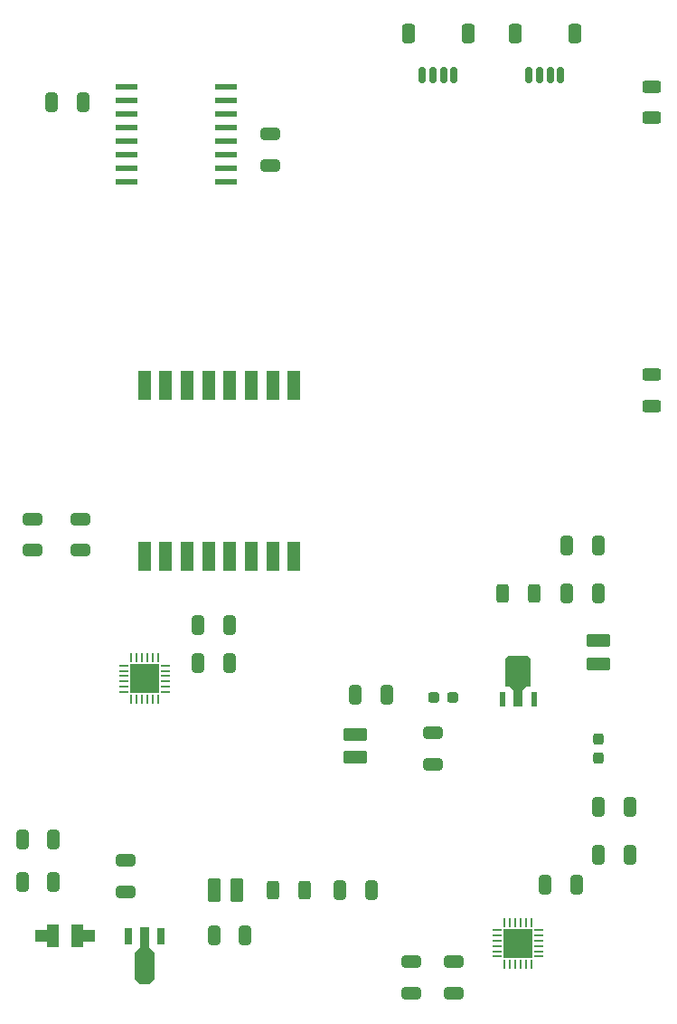
<source format=gtp>
G04 #@! TF.GenerationSoftware,KiCad,Pcbnew,(6.0.7)*
G04 #@! TF.CreationDate,2022-12-13T13:41:41-06:00*
G04 #@! TF.ProjectId,Narwal_v1,4e617277-616c-45f7-9631-2e6b69636164,1*
G04 #@! TF.SameCoordinates,Original*
G04 #@! TF.FileFunction,Paste,Top*
G04 #@! TF.FilePolarity,Positive*
%FSLAX46Y46*%
G04 Gerber Fmt 4.6, Leading zero omitted, Abs format (unit mm)*
G04 Created by KiCad (PCBNEW (6.0.7)) date 2022-12-13 13:41:41*
%MOMM*%
%LPD*%
G01*
G04 APERTURE LIST*
G04 Aperture macros list*
%AMRoundRect*
0 Rectangle with rounded corners*
0 $1 Rounding radius*
0 $2 $3 $4 $5 $6 $7 $8 $9 X,Y pos of 4 corners*
0 Add a 4 corners polygon primitive as box body*
4,1,4,$2,$3,$4,$5,$6,$7,$8,$9,$2,$3,0*
0 Add four circle primitives for the rounded corners*
1,1,$1+$1,$2,$3*
1,1,$1+$1,$4,$5*
1,1,$1+$1,$6,$7*
1,1,$1+$1,$8,$9*
0 Add four rect primitives between the rounded corners*
20,1,$1+$1,$2,$3,$4,$5,0*
20,1,$1+$1,$4,$5,$6,$7,0*
20,1,$1+$1,$6,$7,$8,$9,0*
20,1,$1+$1,$8,$9,$2,$3,0*%
%AMFreePoly0*
4,1,37,3.720550,1.194255,3.722286,1.193536,3.722291,1.193524,3.722302,1.193519,4.023552,0.889469,4.024254,0.887752,4.025000,0.885950,4.025000,-0.885950,4.024254,-0.887752,4.023552,-0.889469,3.722302,-1.193519,3.722291,-1.193524,3.722286,-1.193536,3.720550,-1.194255,3.718773,-1.195001,3.718760,-1.194996,3.718750,-1.195000,1.200000,-1.195000,1.196464,-1.193536,1.195000,-1.190000,
1.195000,-0.782427,0.806025,-0.395000,-0.675000,-0.395000,-0.678536,-0.393536,-0.680000,-0.390000,-0.680000,0.390000,-0.678536,0.393536,-0.675000,0.395000,0.806025,0.395000,1.195000,0.782427,1.195000,1.190000,1.196464,1.193536,1.200000,1.195000,3.718750,1.195000,3.718760,1.194996,3.718773,1.195001,3.720550,1.194255,3.720550,1.194255,$1*%
%AMFreePoly1*
4,1,11,0.965200,2.159000,0.965200,-0.254000,0.457200,-0.762000,0.457200,-2.667000,-0.457200,-2.667000,-0.457200,-0.762000,-0.965200,-0.254000,-0.965200,2.159000,-0.457200,2.667000,0.457200,2.667000,0.965200,2.159000,0.965200,2.159000,$1*%
G04 Aperture macros list end*
%ADD10C,0.010000*%
%ADD11RoundRect,0.250000X-0.312500X-0.625000X0.312500X-0.625000X0.312500X0.625000X-0.312500X0.625000X0*%
%ADD12R,0.850000X0.250000*%
%ADD13R,0.250000X0.850000*%
%ADD14R,2.700000X2.700000*%
%ADD15RoundRect,0.237500X-0.237500X0.287500X-0.237500X-0.287500X0.237500X-0.287500X0.237500X0.287500X0*%
%ADD16RoundRect,0.237500X-0.287500X-0.237500X0.287500X-0.237500X0.287500X0.237500X-0.287500X0.237500X0*%
%ADD17RoundRect,0.250000X-0.850000X0.375000X-0.850000X-0.375000X0.850000X-0.375000X0.850000X0.375000X0*%
%ADD18RoundRect,0.250000X0.650000X-0.325000X0.650000X0.325000X-0.650000X0.325000X-0.650000X-0.325000X0*%
%ADD19RoundRect,0.250000X0.312500X0.625000X-0.312500X0.625000X-0.312500X-0.625000X0.312500X-0.625000X0*%
%ADD20RoundRect,0.250000X-0.325000X-0.650000X0.325000X-0.650000X0.325000X0.650000X-0.325000X0.650000X0*%
%ADD21RoundRect,0.250000X0.350000X0.650000X-0.350000X0.650000X-0.350000X-0.650000X0.350000X-0.650000X0*%
%ADD22RoundRect,0.150000X0.150000X0.625000X-0.150000X0.625000X-0.150000X-0.625000X0.150000X-0.625000X0*%
%ADD23RoundRect,0.250000X-0.650000X0.325000X-0.650000X-0.325000X0.650000X-0.325000X0.650000X0.325000X0*%
%ADD24R,0.610000X1.350000*%
%ADD25FreePoly0,90.000000*%
%ADD26RoundRect,0.041300X-0.983700X-0.253700X0.983700X-0.253700X0.983700X0.253700X-0.983700X0.253700X0*%
%ADD27RoundRect,0.250000X-0.625000X0.312500X-0.625000X-0.312500X0.625000X-0.312500X0.625000X0.312500X0*%
%ADD28RoundRect,0.250000X0.325000X0.650000X-0.325000X0.650000X-0.325000X-0.650000X0.325000X-0.650000X0*%
%ADD29R,1.200000X2.800000*%
%ADD30RoundRect,0.250000X0.625000X-0.312500X0.625000X0.312500X-0.625000X0.312500X-0.625000X-0.312500X0*%
%ADD31RoundRect,0.250000X-0.375000X-0.850000X0.375000X-0.850000X0.375000X0.850000X-0.375000X0.850000X0*%
%ADD32R,0.711200X1.498600*%
%ADD33FreePoly1,180.000000*%
G04 APERTURE END LIST*
G36*
X119150000Y-136000000D02*
G01*
X120250000Y-136000000D01*
X120250000Y-137000000D01*
X119150000Y-137000000D01*
X119150000Y-137500000D01*
X118150000Y-137500000D01*
X118150000Y-135500000D01*
X119150000Y-135500000D01*
X119150000Y-136000000D01*
G37*
D10*
X119150000Y-136000000D02*
X120250000Y-136000000D01*
X120250000Y-137000000D01*
X119150000Y-137000000D01*
X119150000Y-137500000D01*
X118150000Y-137500000D01*
X118150000Y-135500000D01*
X119150000Y-135500000D01*
X119150000Y-136000000D01*
G36*
X116850000Y-137500000D02*
G01*
X115850000Y-137500000D01*
X115850000Y-137000000D01*
X114750000Y-137000000D01*
X114750000Y-136000000D01*
X115850000Y-136000000D01*
X115850000Y-135500000D01*
X116850000Y-135500000D01*
X116850000Y-137500000D01*
G37*
X116850000Y-137500000D02*
X115850000Y-137500000D01*
X115850000Y-137000000D01*
X114750000Y-137000000D01*
X114750000Y-136000000D01*
X115850000Y-136000000D01*
X115850000Y-135500000D01*
X116850000Y-135500000D01*
X116850000Y-137500000D01*
G36*
X160938500Y-112500000D02*
G01*
X159066500Y-112500000D01*
X159066500Y-111068000D01*
X160938500Y-111068000D01*
X160938500Y-112500000D01*
G37*
X160938500Y-112500000D02*
X159066500Y-112500000D01*
X159066500Y-111068000D01*
X160938500Y-111068000D01*
X160938500Y-112500000D01*
D11*
X137037500Y-132250000D03*
X139962500Y-132250000D03*
D12*
X123050000Y-111250000D03*
X123050000Y-111750000D03*
X123050000Y-112250000D03*
X123050000Y-112750000D03*
X123050000Y-113250000D03*
X123050000Y-113750000D03*
D13*
X123750000Y-114450000D03*
X124250000Y-114450000D03*
X124750000Y-114450000D03*
X125250000Y-114450000D03*
X125750000Y-114450000D03*
X126250000Y-114450000D03*
D12*
X126950000Y-113750000D03*
X126950000Y-113250000D03*
X126950000Y-112750000D03*
X126950000Y-112250000D03*
X126950000Y-111750000D03*
X126950000Y-111250000D03*
D13*
X126250000Y-110550000D03*
X125750000Y-110550000D03*
X125250000Y-110550000D03*
X124750000Y-110550000D03*
X124250000Y-110550000D03*
X123750000Y-110550000D03*
D14*
X125000000Y-112500000D03*
D12*
X161950000Y-138500000D03*
X161950000Y-138000000D03*
X161950000Y-137500000D03*
X161950000Y-137000000D03*
X161950000Y-136500000D03*
X161950000Y-136000000D03*
D13*
X161250000Y-135300000D03*
X160750000Y-135300000D03*
X160250000Y-135300000D03*
X159750000Y-135300000D03*
X159250000Y-135300000D03*
X158750000Y-135300000D03*
D12*
X158050000Y-136000000D03*
X158050000Y-136500000D03*
X158050000Y-137000000D03*
X158050000Y-137500000D03*
X158050000Y-138000000D03*
X158050000Y-138500000D03*
D13*
X158750000Y-139200000D03*
X159250000Y-139200000D03*
X159750000Y-139200000D03*
X160250000Y-139200000D03*
X160750000Y-139200000D03*
X161250000Y-139200000D03*
D14*
X160000000Y-137250000D03*
D15*
X167500000Y-118125000D03*
X167500000Y-119875000D03*
D16*
X152125000Y-114250000D03*
X153875000Y-114250000D03*
D17*
X144750000Y-117675000D03*
X144750000Y-119825000D03*
D18*
X123250000Y-132475000D03*
X123250000Y-129525000D03*
D19*
X158537500Y-104500000D03*
X161462500Y-104500000D03*
D20*
X167500000Y-124500000D03*
X170450000Y-124500000D03*
D21*
X159700000Y-52125000D03*
X165300000Y-52125000D03*
D22*
X161000000Y-56000000D03*
X162000000Y-56000000D03*
X163000000Y-56000000D03*
X164000000Y-56000000D03*
D17*
X167500000Y-108925000D03*
X167500000Y-111075000D03*
D23*
X154000000Y-139000000D03*
X154000000Y-141950000D03*
D24*
X158507500Y-114394000D03*
D25*
X160002500Y-114394000D03*
D24*
X161497500Y-114394000D03*
D23*
X150000000Y-141950000D03*
X150000000Y-139000000D03*
D20*
X130025000Y-107500000D03*
X132975000Y-107500000D03*
D18*
X119000000Y-100475000D03*
X119000000Y-97525000D03*
D20*
X130025000Y-111000000D03*
X132975000Y-111000000D03*
X116275000Y-58500000D03*
X119225000Y-58500000D03*
D26*
X123345000Y-57055000D03*
X123345000Y-58325000D03*
X123345000Y-59595000D03*
X123345000Y-60865000D03*
X123345000Y-62135000D03*
X123345000Y-63405000D03*
X123345000Y-64675000D03*
X123345000Y-65945000D03*
X132655000Y-65945000D03*
X132655000Y-64675000D03*
X132655000Y-63405000D03*
X132655000Y-62135000D03*
X132655000Y-60865000D03*
X132655000Y-59595000D03*
X132655000Y-58325000D03*
X132655000Y-57055000D03*
D20*
X143275000Y-132250000D03*
X146225000Y-132250000D03*
X144775000Y-114000000D03*
X147725000Y-114000000D03*
D27*
X172500000Y-86962500D03*
X172500000Y-84037500D03*
D23*
X136775000Y-61525000D03*
X136775000Y-64475000D03*
D28*
X131500000Y-136500000D03*
X134450000Y-136500000D03*
X116500000Y-127500000D03*
X113550000Y-127500000D03*
X167500000Y-100000000D03*
X164550000Y-100000000D03*
D18*
X114500000Y-100475000D03*
X114500000Y-97525000D03*
D29*
X139000000Y-85000000D03*
X137000000Y-85000000D03*
X135000000Y-85000000D03*
X133000000Y-85000000D03*
X131000000Y-85000000D03*
X129000000Y-85000000D03*
X127000000Y-85000000D03*
X125000000Y-85000000D03*
X125000000Y-101000000D03*
X127000000Y-101000000D03*
X129000000Y-101000000D03*
X131000000Y-101000000D03*
X133000000Y-101000000D03*
X135000000Y-101000000D03*
X137000000Y-101000000D03*
X139000000Y-101000000D03*
D28*
X165475000Y-131750000D03*
X162525000Y-131750000D03*
D30*
X172500000Y-57075000D03*
X172500000Y-60000000D03*
D31*
X131500000Y-132250000D03*
X133650000Y-132250000D03*
D23*
X152000000Y-117525000D03*
X152000000Y-120475000D03*
D28*
X116500000Y-131500000D03*
X113550000Y-131500000D03*
X167500000Y-104500000D03*
X164550000Y-104500000D03*
D20*
X167500000Y-129000000D03*
X170450000Y-129000000D03*
D32*
X126498600Y-136595000D03*
D33*
X125000000Y-138500000D03*
D32*
X123501400Y-136595000D03*
D22*
X154000000Y-56000000D03*
X153000000Y-56000000D03*
X152000000Y-56000000D03*
X151000000Y-56000000D03*
D21*
X149700000Y-52125000D03*
X155300000Y-52125000D03*
M02*

</source>
